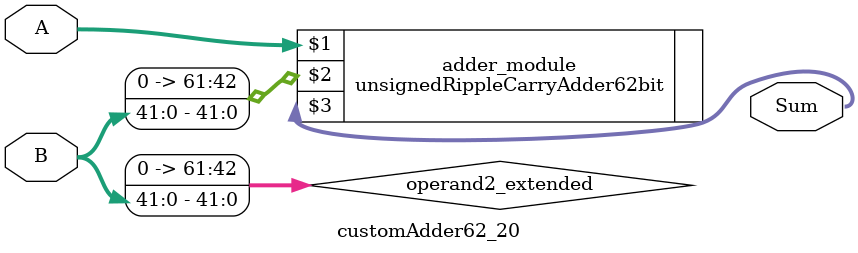
<source format=v>
module customAdder62_20(
                        input [61 : 0] A,
                        input [41 : 0] B,
                        
                        output [62 : 0] Sum
                );

        wire [61 : 0] operand2_extended;
        
        assign operand2_extended =  {20'b0, B};
        
        unsignedRippleCarryAdder62bit adder_module(
            A,
            operand2_extended,
            Sum
        );
        
        endmodule
        
</source>
